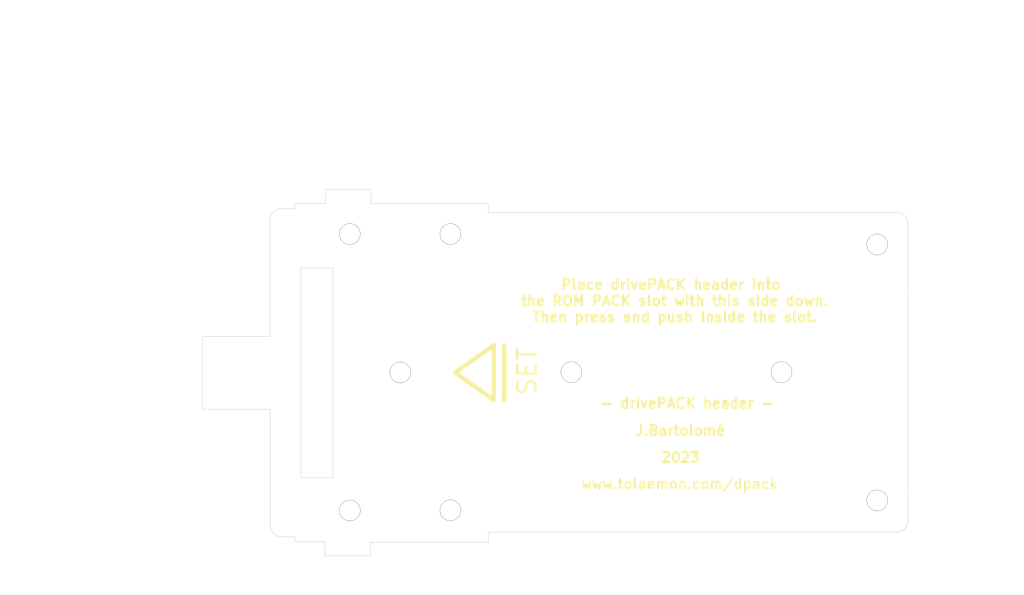
<source format=kicad_pcb>
(kicad_pcb (version 20211014) (generator pcbnew)
  (title_block (title "Cart header base board") (date "2025-04-04") (rev "0.0") (company "Tolaemon") (comment 1 "http://www.tolaemon.com/dpack/download.htm") (comment 2 "Using this information implies accepting the conditions specified at:"))
  (layers (0 "F.Cu" signal) (31 "B.Cu" signal) (34 "B.Paste" user) (35 "F.Paste" user) (36 "B.SilkS" user "B.Silkscreen") (37 "F.SilkS" user "F.Silkscreen") (38 "B.Mask" user) (39 "F.Mask" user) (44 "Edge.Cuts" user))
  (net 0 "")
  (footprint "Tolaemon:MHole_2_25" (layer "F.Cu") (at 137.528584 108.079063)
    (fp_text reference "MH3" hide)
    (fp_text value "MountingHole")
    (pad "" np_thru_hole circle locked (at 0 0) (size 2.3 2.3) (drill 2.25) (layers F&B.Cu *.Mask))
  )
  (footprint "Tolaemon:MHole_2_25" (layer "F.Cu") (at 189.761144 122.112563)
    (fp_text reference "MH4" hide)
    (fp_text value "MountingHole")
    (pad "" np_thru_hole circle locked (at 0 0) (size 2.3 2.3) (drill 2.25) (layers F&B.Cu *.Mask))
  )
  (footprint "Tolaemon:MHole_2_25" (layer "F.Cu") (at 132.008324 123.207303)
    (fp_text reference "MH1" hide)
    (fp_text value "MountingHole")
    (pad "" np_thru_hole circle locked (at 0 0) (size 2.3 2.3) (drill 2.25) (layers F&B.Cu *.Mask))
  )
  (footprint "Tolaemon:MHole_2_25" (layer "F.Cu") (at 143.017524 123.189523)
    (fp_text reference "MH7" hide)
    (fp_text value "MountingHole")
    (pad "" np_thru_hole circle locked (at 0 0) (size 2.3 2.3) (drill 2.25) (layers F&B.Cu *.Mask))
  )
  (footprint "Tolaemon:MHole_2_25" (layer "F.Cu") (at 131.999004 92.907643)
    (fp_text reference "MH2" hide)
    (fp_text value "MountingHole")
    (pad "" np_thru_hole circle locked (at 0 0) (size 2.3 2.3) (drill 2.25) (layers F&B.Cu *.Mask))
  )
  (footprint "Tolaemon:MHole_2_25" (layer "F.Cu") (at 143.017524 92.907643)
    (fp_text reference "MH5" hide)
    (fp_text value "MountingHole")
    (pad "" np_thru_hole circle locked (at 0 0) (size 2.3 2.3) (drill 2.25) (layers F&B.Cu *.Mask))
  )
  (footprint "Tolaemon:MHole_2_25" (layer "F.Cu") (at 189.761144 94.058263)
    (fp_text reference "MH6" hide)
    (fp_text value "MountingHole" hide)
    (pad "" np_thru_hole circle locked (at 0 0) (size 2.3 2.3) (drill 2.25) (layers F&B.Cu *.Mask))
  )
  (footprint "" (layer "F.Cu") (at 179.2732 108.0516)
    (fp_text reference "" (at 0 0) (layer "F.SilkS") (effects (font (size 1.27 1.27))))
    (fp_text value "" (at 0 0) (layer "F.SilkS") (effects (font (size 1.27 1.27))))
    (pad "" np_thru_hole circle locked (at 0 0) (size 2.3 2.3) (drill 2.25) (layers F&B.Cu *.Mask))
  )
  (footprint "" (layer "F.Cu") (at 156.2608 108.0516)
    (fp_text reference "" (at 0 0) (layer "F.SilkS") (effects (font (size 1.27 1.27))))
    (fp_text value "" (at 0 0) (layer "F.SilkS") (effects (font (size 1.27 1.27))))
    (pad "" np_thru_hole circle locked (at 0 0) (size 2.3 2.3) (drill 2.25) (layers F&B.Cu *.Mask))
  )
  (gr_line (start 143.5354 108.1024) (end 147.7518 105.1052) (layer "F.SilkS") (width 0.5))
  (gr_line (start 148.9202 105.1052) (end 148.9202 111.0996) (layer "F.SilkS") (width 0.5))
  (gr_line (start 143.5354 108.1024) (end 147.7518 111.0996) (layer "F.SilkS") (width 0.5))
  (gr_line (start 147.7518 105.1052) (end 147.7518 111.0996) (layer "F.SilkS") (width 0.5))
  (gr_line locked (start 193.13923 91.823534) (end 193.14433 124.353335) (layer "Edge.Cuts") (width 0.05))
  (gr_arc locked (start 191.909869 90.5764) (mid 192.778329 90.936185) (end 193.13923 91.804181) (layer "Edge.Cuts") (width 0.05))
  (gr_arc locked (start 123.258845 91.362341) (mid 123.618203 90.4962) (end 124.483144 90.133963) (layer "Edge.Cuts") (width 0.05))
  (gr_arc locked (start 124.489524 126.082778) (mid 123.650369 125.739297) (end 123.2916 124.906563) (layer "Edge.Cuts") (width 0.05))
  (gr_line (start 123.2916 112.1156) (end 123.2916 124.906563) (layer "Edge.Cuts") (width 0.05))
  (gr_line (start 147.17776 125.586793) (end 191.920029 125.586793) (layer "Edge.Cuts") (width 0.05))
  (gr_line (start 124.483144 90.133963) (end 125.984 90.133963) (layer "Edge.Cuts") (width 0.05))
  (gr_line (start 147.1676 126.6952) (end 147.1676 125.586793) (layer "Edge.Cuts") (width 0.05))
  (gr_arc locked (start 193.14433 124.353335) (mid 192.786 125.222) (end 191.920029 125.586793) (layer "Edge.Cuts") (width 0.05))
  (gr_rect (start 126.6444 96.6216) (end 130.1496 119.634) (layer "Edge.Cuts") (width 0.05) (fill none))
  (gr_line (start 125.984 89.5604) (end 129.3368 89.5604) (layer "Edge.Cuts") (width 0.05))
  (gr_line (start 125.984 90.133963) (end 125.984 89.5604) (layer "Edge.Cuts") (width 0.05))
  (gr_line (start 147.1676 90.5764) (end 191.909869 90.5764) (layer "Edge.Cuts") (width 0.05))
  (gr_line (start 129.286 126.6444) (end 129.286 128.1684) (layer "Edge.Cuts") (width 0.05))
  (gr_line (start 134.2644 128.1684) (end 134.2644 126.6952) (layer "Edge.Cuts") (width 0.05))
  (gr_line (start 129.3368 88.0364) (end 134.3152 88.0364) (layer "Edge.Cuts") (width 0.05))
  (gr_line (start 115.8748 104.14) (end 115.8748 112.1156) (layer "Edge.Cuts") (width 0.05))
  (gr_line (start 134.3152 88.0364) (end 134.3152 89.579995) (layer "Edge.Cuts") (width 0.05))
  (gr_line (start 134.3152 89.579995) (end 147.1676 89.579995) (layer "Edge.Cuts") (width 0.05))
  (gr_line (start 125.984 126.6444) (end 129.286 126.6444) (layer "Edge.Cuts") (width 0.05))
  (gr_line (start 124.489524 126.082778) (end 125.984 126.082778) (layer "Edge.Cuts") (width 0.05))
  (gr_line (start 129.3368 89.5604) (end 129.3368 88.0364) (layer "Edge.Cuts") (width 0.05))
  (gr_line (start 134.2644 126.6952) (end 147.1676 126.6952) (layer "Edge.Cuts") (width 0.05))
  (gr_line (start 147.1676 89.579995) (end 147.1676 90.5764) (layer "Edge.Cuts") (width 0.05))
  (gr_line (start 115.8748 112.1156) (end 123.2916 112.1156) (layer "Edge.Cuts") (width 0.05))
  (gr_line (start 123.2408 104.14) (end 115.8748 104.14) (layer "Edge.Cuts") (width 0.05))
  (gr_line (start 125.984 126.082778) (end 125.984 126.6444) (layer "Edge.Cuts") (width 0.05))
  (gr_line (start 123.258845 91.362341) (end 123.258845 104.14) (layer "Edge.Cuts") (width 0.05))
  (gr_line (start 129.286 128.1684) (end 134.2644 128.1684) (layer "Edge.Cuts") (width 0.05))
  (gr_text "J.Bartolomé" (at 163.1696 114.4524) (layer "F.SilkS") (effects (font (size 1.1 1.1) (thickness 0.25)) (justify left)))
  (gr_text "SET" (at 151.4094 110.744 90) (layer "F.SilkS") (effects (font (size 2 2) (thickness 0.25)) (justify left)))
  (gr_text "2023" (at 165.9636 117.3988) (layer "F.SilkS") (effects (font (size 1.1 1.1) (thickness 0.25)) (justify left)))
  (gr_text "Place drivePACK header into \nthe ROM PACK slot with this side down.\nThen press and push inside the slot.\n" (at 167.5892 100.2284) (layer "F.SilkS") (effects (font (size 1.1 1.1) (thickness 0.25))))
  (gr_text "- drivePACK header -" (at 159.258 111.4552) (layer "F.SilkS") (effects (font (size 1.1 1.1) (thickness 0.25)) (justify left)))
  (gr_text "www.tolaemon.com/dpack" (at 168.0972 120.2944) (layer "F.SilkS") (effects (font (size 1.1 1.1) (thickness 0.2))))
)
</source>
